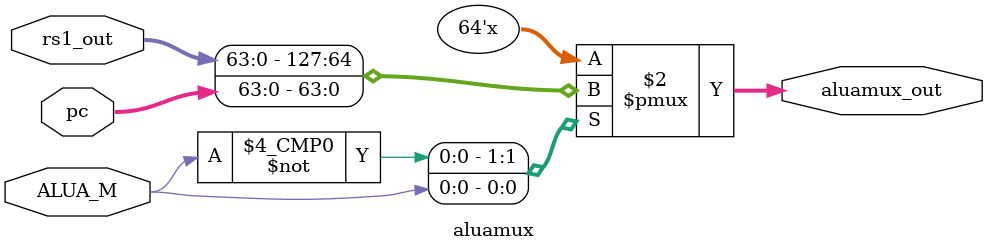
<source format=sv>
`ifndef __ALUAMUX_SV
`define __ALUAMUX_SV
`ifdef VERILATOR

`else


`endif
module aluamux(
    input ALUA_M,
    input [63:0] rs1_out,
    input [63:0] pc,
    output logic[63:0] aluamux_out

    );
    always_comb begin
        case(ALUA_M)
            0:aluamux_out=rs1_out;
            1:aluamux_out=pc;
            default:aluamux_out=rs1_out;
        endcase
    end

endmodule

`endif
</source>
